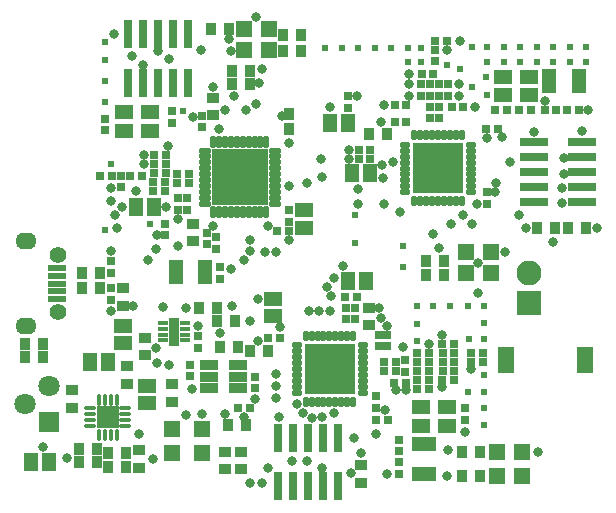
<source format=gts>
%FSLAX25Y25*%
%MOIN*%
G70*
G01*
G75*
G04 Layer_Color=8388736*
%ADD10R,0.05512X0.04724*%
%ADD11R,0.04331X0.07480*%
%ADD12R,0.05315X0.01575*%
%ADD13R,0.09449X0.02992*%
%ADD14R,0.05118X0.02756*%
%ADD15O,0.03347X0.01102*%
%ADD16O,0.01102X0.03347*%
%ADD17R,0.06693X0.06693*%
%ADD18R,0.16535X0.16535*%
%ADD19O,0.02900X0.01100*%
%ADD20O,0.01100X0.02900*%
%ADD21R,0.15748X0.15748*%
%ADD22R,0.17606X0.17606*%
%ADD23O,0.03347X0.01102*%
%ADD24O,0.01102X0.03347*%
%ADD25R,0.04724X0.04724*%
%ADD26R,0.04921X0.07874*%
%ADD27R,0.02756X0.03543*%
%ADD28R,0.02756X0.00984*%
%ADD29R,0.02402X0.08661*%
%ADD30R,0.05512X0.04331*%
%ADD31R,0.01181X0.01181*%
%ADD32R,0.01181X0.01181*%
%ADD33R,0.02362X0.01969*%
%ADD34R,0.01969X0.02362*%
%ADD35R,0.02756X0.03543*%
%ADD36R,0.03543X0.02756*%
%ADD37R,0.02992X0.09449*%
%ADD38R,0.04331X0.05512*%
%ADD39R,0.04724X0.04724*%
%ADD40R,0.07480X0.04331*%
%ADD41C,0.01200*%
%ADD42C,0.02000*%
%ADD43C,0.01000*%
%ADD44C,0.01500*%
%ADD45O,0.06299X0.04724*%
%ADD46C,0.04724*%
%ADD47R,0.06299X0.06299*%
%ADD48C,0.06299*%
%ADD49R,0.07480X0.07480*%
%ADD50C,0.07480*%
%ADD51C,0.02400*%
%ADD52C,0.03150*%
%ADD53C,0.04000*%
%ADD54O,0.08331X0.06756*%
%ADD55C,0.06756*%
G04:AMPARAMS|DCode=56|XSize=99.37mil|YSize=99.37mil|CornerRadius=0mil|HoleSize=0mil|Usage=FLASHONLY|Rotation=0.000|XOffset=0mil|YOffset=0mil|HoleType=Round|Shape=Relief|Width=10mil|Gap=10mil|Entries=4|*
%AMTHD56*
7,0,0,0.09937,0.07937,0.01000,45*
%
%ADD56THD56*%
%ADD57C,0.07937*%
G04:AMPARAMS|DCode=58|XSize=95.433mil|YSize=95.433mil|CornerRadius=0mil|HoleSize=0mil|Usage=FLASHONLY|Rotation=0.000|XOffset=0mil|YOffset=0mil|HoleType=Round|Shape=Relief|Width=10mil|Gap=10mil|Entries=4|*
%AMTHD58*
7,0,0,0.09543,0.07543,0.01000,45*
%
%ADD58THD58*%
%ADD59C,0.07543*%
G04:AMPARAMS|DCode=60|XSize=72mil|YSize=72mil|CornerRadius=0mil|HoleSize=0mil|Usage=FLASHONLY|Rotation=0.000|XOffset=0mil|YOffset=0mil|HoleType=Round|Shape=Relief|Width=10mil|Gap=10mil|Entries=4|*
%AMTHD60*
7,0,0,0.07200,0.05200,0.01000,45*
%
%ADD60THD60*%
%ADD61C,0.05200*%
%ADD62C,0.00984*%
%ADD63C,0.00394*%
%ADD64C,0.00315*%
%ADD65C,0.00787*%
%ADD66C,0.00500*%
%ADD67R,0.02756X0.02756*%
%ADD68R,0.02756X0.02756*%
%ADD69R,0.05039X0.04252*%
%ADD70R,0.09370X0.02913*%
%ADD71O,0.03150X0.00906*%
%ADD72O,0.00906X0.03150*%
%ADD73O,0.02920X0.01120*%
%ADD74O,0.01120X0.02920*%
%ADD75R,0.15348X0.15348*%
%ADD76O,0.00700X0.02500*%
%ADD77O,0.02500X0.00700*%
%ADD78R,0.02913X0.09370*%
%ADD79R,0.05906X0.05118*%
%ADD80R,0.05131X0.08280*%
%ADD81R,0.06115X0.02375*%
%ADD82R,0.09528X0.03071*%
%ADD83R,0.05918X0.03556*%
%ADD84O,0.03898X0.01654*%
%ADD85O,0.01654X0.03898*%
%ADD86R,0.07244X0.07244*%
%ADD87O,0.03700X0.01900*%
%ADD88O,0.01900X0.03700*%
%ADD89R,0.16548X0.16548*%
%ADD90R,0.18709X0.18709*%
%ADD91O,0.04449X0.02205*%
%ADD92O,0.02205X0.04449*%
%ADD93R,0.05524X0.05524*%
%ADD94R,0.05709X0.08661*%
%ADD95R,0.03556X0.04343*%
%ADD96R,0.03556X0.01784*%
%ADD97R,0.03202X0.09461*%
%ADD98R,0.06312X0.05131*%
%ADD99R,0.03162X0.02769*%
%ADD100R,0.02769X0.03162*%
%ADD101R,0.03556X0.04343*%
%ADD102R,0.04343X0.03556*%
%ADD103R,0.03071X0.09528*%
%ADD104R,0.05131X0.06312*%
%ADD105R,0.05524X0.05524*%
%ADD106R,0.08280X0.05131*%
%ADD107O,0.07099X0.05524*%
%ADD108C,0.05524*%
%ADD109R,0.07099X0.07099*%
%ADD110C,0.07099*%
%ADD111R,0.08280X0.08280*%
%ADD112C,0.08280*%
%ADD113C,0.03200*%
D18*
X241581Y225969D02*
D03*
D51*
X257000Y180000D02*
D03*
X234500Y168500D02*
D03*
X132500Y227500D02*
D03*
X145500Y207500D02*
D03*
X130500Y205500D02*
D03*
Y248000D02*
D03*
Y262000D02*
D03*
Y268000D02*
D03*
X204000Y266000D02*
D03*
X209500D02*
D03*
X215000D02*
D03*
X220500D02*
D03*
X226000D02*
D03*
X231500D02*
D03*
X236000D02*
D03*
Y261500D02*
D03*
X231500D02*
D03*
X244500Y260500D02*
D03*
X253000Y266500D02*
D03*
X258000D02*
D03*
X263500D02*
D03*
X269000D02*
D03*
X274500D02*
D03*
X280000D02*
D03*
X285500D02*
D03*
X291000D02*
D03*
X258000Y250500D02*
D03*
X257500Y256500D02*
D03*
X253000Y253000D02*
D03*
X263500Y261500D02*
D03*
X274500D02*
D03*
X280000D02*
D03*
X285500D02*
D03*
X291000D02*
D03*
X269000D02*
D03*
X258000D02*
D03*
X249000Y259000D02*
D03*
X257000Y169000D02*
D03*
Y174500D02*
D03*
X252000Y169000D02*
D03*
X251500Y180000D02*
D03*
X245500D02*
D03*
X240000D02*
D03*
X234500D02*
D03*
Y174000D02*
D03*
X257000Y157000D02*
D03*
Y151500D02*
D03*
Y146000D02*
D03*
Y140500D02*
D03*
X251500Y151500D02*
D03*
X130500Y255000D02*
D03*
X156500Y244969D02*
D03*
X230000Y193000D02*
D03*
Y200000D02*
D03*
X214000Y210500D02*
D03*
Y201000D02*
D03*
D52*
X247532Y232000D02*
D03*
Y220000D02*
D03*
X235531Y232000D02*
D03*
Y220000D02*
D03*
Y226000D02*
D03*
X247532D02*
D03*
X241531Y232000D02*
D03*
Y220000D02*
D03*
Y226000D02*
D03*
X211500Y159000D02*
D03*
X199500D02*
D03*
X205500Y165000D02*
D03*
Y153000D02*
D03*
Y159000D02*
D03*
X211500Y165000D02*
D03*
Y153000D02*
D03*
X199500D02*
D03*
Y165000D02*
D03*
X169000Y216500D02*
D03*
Y229500D02*
D03*
X182000D02*
D03*
Y216500D02*
D03*
X175500D02*
D03*
Y223000D02*
D03*
Y229500D02*
D03*
X182000Y223000D02*
D03*
X169000D02*
D03*
D79*
X137000Y244799D02*
D03*
X145661D02*
D03*
Y238500D02*
D03*
X137000D02*
D03*
X236000Y146299D02*
D03*
X244661D02*
D03*
Y140000D02*
D03*
X236000D02*
D03*
X272031Y256500D02*
D03*
X263370D02*
D03*
Y250201D02*
D03*
X272031D02*
D03*
D80*
X154079Y191500D02*
D03*
X163921D02*
D03*
X278610Y255000D02*
D03*
X288453D02*
D03*
D81*
X114500Y192618D02*
D03*
Y190059D02*
D03*
Y182382D02*
D03*
Y184941D02*
D03*
Y187500D02*
D03*
D82*
X273488Y234630D02*
D03*
X289630D02*
D03*
X273488Y229630D02*
D03*
X289630D02*
D03*
X273488Y224630D02*
D03*
X289630D02*
D03*
X273488Y219630D02*
D03*
X289630D02*
D03*
X273488Y214630D02*
D03*
X289630D02*
D03*
D83*
X165276Y160240D02*
D03*
Y156500D02*
D03*
Y152760D02*
D03*
X174724D02*
D03*
Y156500D02*
D03*
Y160240D02*
D03*
D84*
X125693Y145953D02*
D03*
Y143984D02*
D03*
Y142016D02*
D03*
Y140047D02*
D03*
X137307D02*
D03*
Y142016D02*
D03*
Y143984D02*
D03*
Y145953D02*
D03*
D85*
X128547Y137193D02*
D03*
X130516D02*
D03*
X132484D02*
D03*
X134453D02*
D03*
Y148807D02*
D03*
X132484D02*
D03*
X130516D02*
D03*
X128547D02*
D03*
D86*
X131500Y143000D02*
D03*
D87*
X230581Y217969D02*
D03*
Y219937D02*
D03*
Y221905D02*
D03*
Y223874D02*
D03*
Y225842D02*
D03*
Y227811D02*
D03*
Y229780D02*
D03*
Y231748D02*
D03*
Y233717D02*
D03*
X252482D02*
D03*
Y231748D02*
D03*
Y229780D02*
D03*
Y227811D02*
D03*
Y225842D02*
D03*
Y223874D02*
D03*
Y221905D02*
D03*
Y219937D02*
D03*
Y217969D02*
D03*
X216450Y166874D02*
D03*
Y164906D02*
D03*
Y162937D02*
D03*
Y160968D02*
D03*
Y159000D02*
D03*
Y157032D02*
D03*
Y155063D02*
D03*
Y153094D02*
D03*
Y151126D02*
D03*
X194550D02*
D03*
Y153094D02*
D03*
Y155063D02*
D03*
Y157032D02*
D03*
Y159000D02*
D03*
Y160968D02*
D03*
Y162937D02*
D03*
Y164906D02*
D03*
Y166874D02*
D03*
D88*
X233658Y236950D02*
D03*
X235626D02*
D03*
X237595D02*
D03*
X239563D02*
D03*
X241531D02*
D03*
X243500D02*
D03*
X245468D02*
D03*
X247437D02*
D03*
X249406D02*
D03*
Y215050D02*
D03*
X247437D02*
D03*
X245468D02*
D03*
X243500D02*
D03*
X241531D02*
D03*
X239563D02*
D03*
X237595D02*
D03*
X235626D02*
D03*
X233658D02*
D03*
X197468Y169950D02*
D03*
X199437D02*
D03*
X201406D02*
D03*
X203374D02*
D03*
X205343D02*
D03*
X207311D02*
D03*
X209279D02*
D03*
X211248D02*
D03*
X213216D02*
D03*
Y148050D02*
D03*
X211248D02*
D03*
X209279D02*
D03*
X207311D02*
D03*
X205343D02*
D03*
X203374D02*
D03*
X201406D02*
D03*
X199437D02*
D03*
X197468D02*
D03*
D89*
X205469Y158950D02*
D03*
D90*
X175500Y222878D02*
D03*
D91*
X187213Y214122D02*
D03*
Y216090D02*
D03*
Y218059D02*
D03*
Y220028D02*
D03*
Y221996D02*
D03*
Y223965D02*
D03*
Y225933D02*
D03*
Y227902D02*
D03*
Y229870D02*
D03*
Y231839D02*
D03*
X163787D02*
D03*
Y229870D02*
D03*
Y227902D02*
D03*
Y225933D02*
D03*
Y223965D02*
D03*
Y221996D02*
D03*
Y220028D02*
D03*
Y218059D02*
D03*
Y216090D02*
D03*
Y214122D02*
D03*
D92*
X184358Y234693D02*
D03*
X182390D02*
D03*
X180421D02*
D03*
X178453D02*
D03*
X176484D02*
D03*
X174516D02*
D03*
X172547D02*
D03*
X170579D02*
D03*
X168610D02*
D03*
X166642D02*
D03*
Y211268D02*
D03*
X168610D02*
D03*
X170579D02*
D03*
X172547D02*
D03*
X174516D02*
D03*
X176484D02*
D03*
X178453D02*
D03*
X180421D02*
D03*
X182390D02*
D03*
X184358D02*
D03*
D93*
X163000Y139134D02*
D03*
Y130866D02*
D03*
X153000D02*
D03*
Y139134D02*
D03*
D94*
X290661Y162031D02*
D03*
X264087D02*
D03*
D95*
X127953Y132500D02*
D03*
X122047D02*
D03*
X109953Y167500D02*
D03*
X104047D02*
D03*
X178953Y258500D02*
D03*
X173047D02*
D03*
X173047Y254000D02*
D03*
X178953D02*
D03*
X168047Y175000D02*
D03*
X173953D02*
D03*
X177453Y140500D02*
D03*
X171547D02*
D03*
X255453Y131500D02*
D03*
X249547D02*
D03*
X255453Y123500D02*
D03*
X249547D02*
D03*
X190047Y270500D02*
D03*
X195953D02*
D03*
X190047Y265000D02*
D03*
X195953D02*
D03*
X166047Y272500D02*
D03*
X171953D02*
D03*
X280453Y206000D02*
D03*
X274547D02*
D03*
X243453Y195000D02*
D03*
X237547D02*
D03*
X243453Y190500D02*
D03*
X237547D02*
D03*
X167953Y179500D02*
D03*
X162047D02*
D03*
X290953Y206000D02*
D03*
X285047D02*
D03*
X224484Y237500D02*
D03*
X218579D02*
D03*
X128953Y186000D02*
D03*
X123047D02*
D03*
X128953Y191000D02*
D03*
X123047D02*
D03*
X137453Y126500D02*
D03*
X131547D02*
D03*
X122047Y128000D02*
D03*
X127953D02*
D03*
X169047Y166500D02*
D03*
X174953D02*
D03*
X179047Y165000D02*
D03*
X184953D02*
D03*
X109953Y163000D02*
D03*
X104047D02*
D03*
X131547Y131000D02*
D03*
X137453D02*
D03*
D96*
X157142Y168547D02*
D03*
Y170516D02*
D03*
Y172484D02*
D03*
Y174453D02*
D03*
X149858D02*
D03*
Y172484D02*
D03*
Y170516D02*
D03*
Y168547D02*
D03*
D97*
X153500Y171500D02*
D03*
D98*
X144500Y153453D02*
D03*
Y147547D02*
D03*
X136500Y167547D02*
D03*
Y173453D02*
D03*
X186500Y182453D02*
D03*
Y176547D02*
D03*
X197000Y211953D02*
D03*
Y206047D02*
D03*
D99*
X150469Y221500D02*
D03*
X146531D02*
D03*
X230968Y154500D02*
D03*
X227031D02*
D03*
X210531Y183000D02*
D03*
X214469D02*
D03*
X234563Y152500D02*
D03*
X238500D02*
D03*
X238500Y158500D02*
D03*
X234563D02*
D03*
X247000Y164500D02*
D03*
X243063D02*
D03*
X243032Y155500D02*
D03*
X246969D02*
D03*
X256469Y161500D02*
D03*
X252532D02*
D03*
X238500Y164500D02*
D03*
X234563D02*
D03*
X221031Y142000D02*
D03*
X224969D02*
D03*
X250000Y246500D02*
D03*
X246063D02*
D03*
X227063Y247000D02*
D03*
X231000D02*
D03*
X227063Y241500D02*
D03*
X231000D02*
D03*
X215063Y232000D02*
D03*
X219000D02*
D03*
X261500Y239000D02*
D03*
X257563D02*
D03*
X219000Y229000D02*
D03*
X215063D02*
D03*
X236063Y257500D02*
D03*
X240000D02*
D03*
X244500Y268500D02*
D03*
X240563D02*
D03*
X272500Y245500D02*
D03*
X268563D02*
D03*
X260563Y245500D02*
D03*
X264500D02*
D03*
X277063D02*
D03*
X281000D02*
D03*
X288500Y245500D02*
D03*
X284563D02*
D03*
X147031Y230500D02*
D03*
X150969D02*
D03*
X191969Y205000D02*
D03*
X188031D02*
D03*
X154532Y224000D02*
D03*
X158468D02*
D03*
X147031Y224500D02*
D03*
X150969D02*
D03*
X154532Y221000D02*
D03*
X158468D02*
D03*
X146531Y218500D02*
D03*
X150469D02*
D03*
X178969Y146000D02*
D03*
X175031D02*
D03*
X188969Y169500D02*
D03*
X185031D02*
D03*
X234563Y155500D02*
D03*
X238500D02*
D03*
X223532Y158500D02*
D03*
X227468D02*
D03*
X243063Y158500D02*
D03*
X247000D02*
D03*
X247000Y161500D02*
D03*
X243063D02*
D03*
X252532Y164500D02*
D03*
X256469D02*
D03*
X223532Y161500D02*
D03*
X227468D02*
D03*
X234563Y161500D02*
D03*
X238500D02*
D03*
X246969Y167500D02*
D03*
X243032D02*
D03*
X150969Y227500D02*
D03*
X147031D02*
D03*
X142968Y223500D02*
D03*
X139032D02*
D03*
X132968D02*
D03*
X129032D02*
D03*
D100*
X180500Y152532D02*
D03*
Y156468D02*
D03*
X161500Y166032D02*
D03*
Y169968D02*
D03*
X221000Y146031D02*
D03*
Y149969D02*
D03*
X222000Y170468D02*
D03*
Y166532D02*
D03*
X214000Y179469D02*
D03*
Y175531D02*
D03*
X224500Y170468D02*
D03*
Y166532D02*
D03*
X211000Y179469D02*
D03*
Y175531D02*
D03*
X230532Y161969D02*
D03*
Y158031D02*
D03*
X250500Y142032D02*
D03*
Y145968D02*
D03*
X228500Y135468D02*
D03*
Y131532D02*
D03*
X228500Y124031D02*
D03*
Y127969D02*
D03*
X258000Y214032D02*
D03*
Y217969D02*
D03*
X245031Y253969D02*
D03*
Y250031D02*
D03*
X242032Y246468D02*
D03*
Y242531D02*
D03*
X239032Y246468D02*
D03*
Y242531D02*
D03*
Y253969D02*
D03*
Y250031D02*
D03*
X132500Y194968D02*
D03*
Y191032D02*
D03*
X132500Y182032D02*
D03*
Y185968D02*
D03*
X158000Y212032D02*
D03*
Y215968D02*
D03*
X155000Y212032D02*
D03*
Y215968D02*
D03*
X163000Y243468D02*
D03*
Y239531D02*
D03*
X164500Y200532D02*
D03*
Y204468D02*
D03*
X136000Y219531D02*
D03*
Y223468D02*
D03*
X130500Y242469D02*
D03*
Y238531D02*
D03*
X153000Y244969D02*
D03*
Y241032D02*
D03*
X169000Y189032D02*
D03*
Y192968D02*
D03*
X167500Y199031D02*
D03*
Y202969D02*
D03*
X192000Y211968D02*
D03*
Y208032D02*
D03*
X159000Y156532D02*
D03*
Y160468D02*
D03*
X211531Y246031D02*
D03*
Y249969D02*
D03*
X242032Y250031D02*
D03*
Y253969D02*
D03*
X240531Y261531D02*
D03*
Y265469D02*
D03*
X236032Y250031D02*
D03*
Y253969D02*
D03*
X150500Y207469D02*
D03*
Y203532D02*
D03*
D101*
X192000Y244059D02*
D03*
Y238941D02*
D03*
D102*
X144000Y163547D02*
D03*
Y169453D02*
D03*
X216000Y121047D02*
D03*
Y126953D02*
D03*
X218500Y173547D02*
D03*
Y179453D02*
D03*
X166500Y249453D02*
D03*
Y243547D02*
D03*
X136500Y180047D02*
D03*
Y185953D02*
D03*
X160000Y207453D02*
D03*
Y201547D02*
D03*
X176000Y125547D02*
D03*
Y131453D02*
D03*
X153000Y153953D02*
D03*
Y148047D02*
D03*
X170500Y125547D02*
D03*
Y131453D02*
D03*
X142000Y126047D02*
D03*
Y131953D02*
D03*
X119500Y146047D02*
D03*
Y151953D02*
D03*
X138000Y154047D02*
D03*
Y159953D02*
D03*
D103*
X138370Y254488D02*
D03*
Y270630D02*
D03*
X143370Y254488D02*
D03*
Y270630D02*
D03*
X148370Y254488D02*
D03*
Y270630D02*
D03*
X153370Y254488D02*
D03*
Y270630D02*
D03*
X158370Y254488D02*
D03*
Y270630D02*
D03*
X208130Y136012D02*
D03*
Y119870D02*
D03*
X203130Y136012D02*
D03*
Y119870D02*
D03*
X198130Y136012D02*
D03*
Y119870D02*
D03*
X193130Y136012D02*
D03*
Y119870D02*
D03*
X188130Y136012D02*
D03*
Y119870D02*
D03*
D104*
X211547Y188500D02*
D03*
X217453D02*
D03*
X205579Y241000D02*
D03*
X211484D02*
D03*
X218953Y224500D02*
D03*
X213047D02*
D03*
X141047Y213000D02*
D03*
X146953D02*
D03*
X131453Y161500D02*
D03*
X125547D02*
D03*
X111953Y128000D02*
D03*
X106047D02*
D03*
D105*
X261366Y131500D02*
D03*
X269634D02*
D03*
Y123500D02*
D03*
X261366D02*
D03*
X185134Y272500D02*
D03*
X176866D02*
D03*
Y265500D02*
D03*
X185134D02*
D03*
X250866Y198000D02*
D03*
X259134D02*
D03*
Y191000D02*
D03*
X250866D02*
D03*
D106*
X237000Y124079D02*
D03*
Y133921D02*
D03*
D107*
X104362Y201772D02*
D03*
Y173228D02*
D03*
D108*
X114795Y177953D02*
D03*
Y197047D02*
D03*
D109*
X112000Y141500D02*
D03*
D110*
Y153500D02*
D03*
X104000Y147500D02*
D03*
D111*
X272000Y181000D02*
D03*
D112*
Y191000D02*
D03*
D113*
X110000Y133000D02*
D03*
X118000Y129500D02*
D03*
X222500Y176000D02*
D03*
X189000Y173000D02*
D03*
X198500Y178500D02*
D03*
X170500Y245500D02*
D03*
X192000Y234500D02*
D03*
X227500Y152000D02*
D03*
X230968Y152032D02*
D03*
X224000Y145500D02*
D03*
X238500Y167500D02*
D03*
X243032Y170468D02*
D03*
X252532Y159031D02*
D03*
X243032Y153032D02*
D03*
X223650Y214150D02*
D03*
X232000Y257500D02*
D03*
X232031Y253969D02*
D03*
X248468Y253969D02*
D03*
X214469Y249969D02*
D03*
X166642Y206610D02*
D03*
X205532Y246500D02*
D03*
X212032Y229000D02*
D03*
Y232000D02*
D03*
X146500Y129000D02*
D03*
X142000Y137500D02*
D03*
X132500Y219500D02*
D03*
X141000Y218500D02*
D03*
X155000Y209000D02*
D03*
X230000Y166500D02*
D03*
X169000Y171000D02*
D03*
X151000Y213000D02*
D03*
X223532Y247000D02*
D03*
X222579Y241500D02*
D03*
X232031Y250000D02*
D03*
X248532D02*
D03*
X224532Y124031D02*
D03*
X250500Y138000D02*
D03*
X221031Y137469D02*
D03*
X254031Y246500D02*
D03*
X277063Y248468D02*
D03*
X291531Y245500D02*
D03*
X132500Y178500D02*
D03*
X132500Y198500D02*
D03*
X245000Y132000D02*
D03*
X244500Y123500D02*
D03*
X275000Y131500D02*
D03*
X249000Y268500D02*
D03*
X244500Y265500D02*
D03*
X224500Y173500D02*
D03*
X161500D02*
D03*
X159500Y152500D02*
D03*
X194500Y147500D02*
D03*
X139953Y180047D02*
D03*
X148031Y203532D02*
D03*
X155000Y200000D02*
D03*
X222000Y179500D02*
D03*
X191969Y202031D02*
D03*
X203000Y223000D02*
D03*
X198000Y221000D02*
D03*
X202500Y229000D02*
D03*
X184890Y206610D02*
D03*
X177000Y195500D02*
D03*
X179000Y198500D02*
D03*
Y202000D02*
D03*
X187500Y198000D02*
D03*
X184000D02*
D03*
X157500Y143634D02*
D03*
X163000Y144000D02*
D03*
X143500Y230500D02*
D03*
Y227500D02*
D03*
X215000Y219000D02*
D03*
Y214000D02*
D03*
X206000Y183300D02*
D03*
X173000Y180000D02*
D03*
X147500Y166189D02*
D03*
X148000Y161000D02*
D03*
X152000Y160500D02*
D03*
X149858Y179642D02*
D03*
X145000Y195500D02*
D03*
X134500Y206000D02*
D03*
X134000Y210500D02*
D03*
X147500Y199000D02*
D03*
X258032Y236000D02*
D03*
X151500Y233500D02*
D03*
X133709Y270630D02*
D03*
X139500Y263500D02*
D03*
X143370Y260382D02*
D03*
X168610Y238890D02*
D03*
X160000Y243000D02*
D03*
X173500Y250000D02*
D03*
X166500Y253000D02*
D03*
X162500Y265454D02*
D03*
X148370Y264870D02*
D03*
X177500Y245500D02*
D03*
X181000Y247500D02*
D03*
X189500Y243500D02*
D03*
X172500Y265000D02*
D03*
X152000Y262500D02*
D03*
X183000Y259000D02*
D03*
X171953Y269047D02*
D03*
X182000Y254500D02*
D03*
X181000Y276500D02*
D03*
X263000Y236500D02*
D03*
X273488Y237988D02*
D03*
X223018Y227000D02*
D03*
X223118Y222800D02*
D03*
X226500Y228000D02*
D03*
X280000Y201500D02*
D03*
X294500Y206000D02*
D03*
X271000Y206000D02*
D03*
X289500Y238500D02*
D03*
X229000Y211500D02*
D03*
X264000Y198000D02*
D03*
X265600Y227900D02*
D03*
X283500Y229500D02*
D03*
X260469Y217969D02*
D03*
X254500Y214000D02*
D03*
X260963Y221168D02*
D03*
X283500Y224000D02*
D03*
X268500Y210500D02*
D03*
X250000D02*
D03*
X253000Y207500D02*
D03*
X283000Y219500D02*
D03*
Y214500D02*
D03*
X240000Y204000D02*
D03*
X246000Y207500D02*
D03*
X242000Y199500D02*
D03*
X207000Y189500D02*
D03*
X210000Y193500D02*
D03*
X202000Y178500D02*
D03*
X205500Y178500D02*
D03*
X204500Y186500D02*
D03*
X255000Y194500D02*
D03*
Y184500D02*
D03*
X157500Y179500D02*
D03*
X172500Y192500D02*
D03*
X181500Y182500D02*
D03*
Y168500D02*
D03*
X183000Y121000D02*
D03*
X185000Y126000D02*
D03*
X187500Y157500D02*
D03*
Y153500D02*
D03*
X179000Y121000D02*
D03*
X198000Y128500D02*
D03*
X180500Y149000D02*
D03*
X187500Y149500D02*
D03*
X179000Y175000D02*
D03*
X203000Y126000D02*
D03*
X196500Y144500D02*
D03*
X199500Y142636D02*
D03*
X213500Y136000D02*
D03*
X203000Y143000D02*
D03*
X207000Y144500D02*
D03*
X193000Y128500D02*
D03*
X216000Y131000D02*
D03*
X212500Y124500D02*
D03*
X170500Y144000D02*
D03*
X188500Y143000D02*
D03*
X177000D02*
D03*
X136157Y212869D02*
D03*
X132500Y215000D02*
D03*
X192000Y220000D02*
D03*
M02*

</source>
